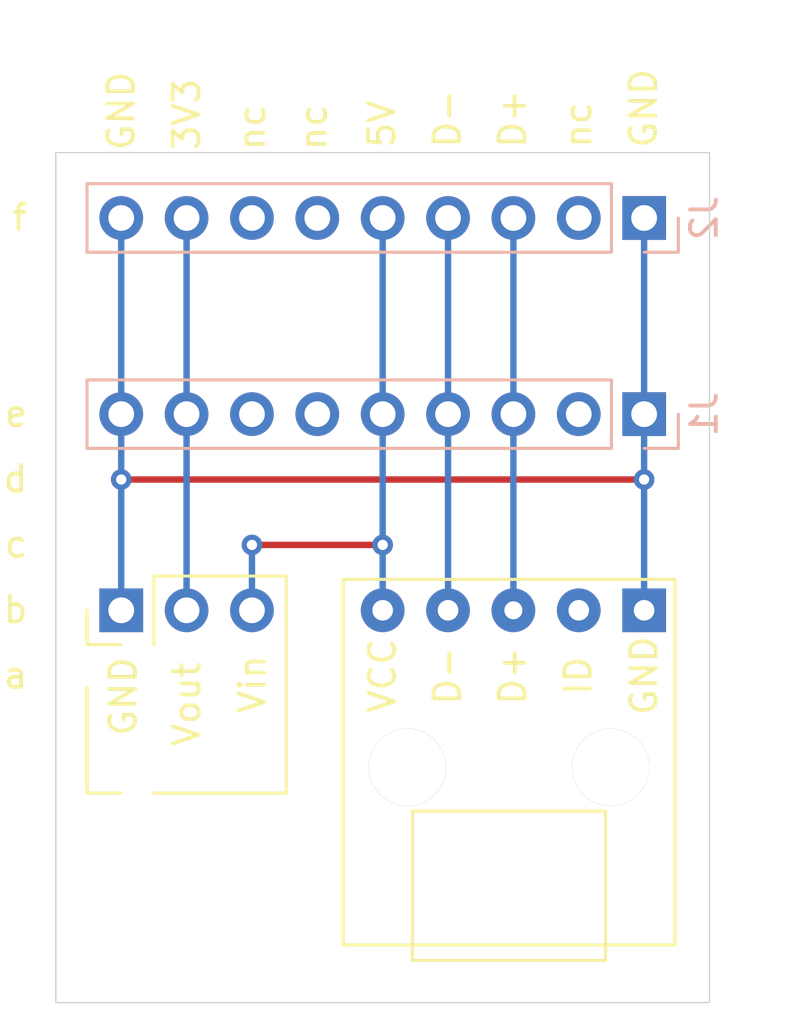
<source format=kicad_pcb>
(kicad_pcb (version 20171130) (host pcbnew 5.1.5-5.1.5)

  (general
    (thickness 1.6)
    (drawings 41)
    (tracks 20)
    (zones 0)
    (modules 4)
    (nets 13)
  )

  (page A4)
  (layers
    (0 F.Cu signal)
    (31 B.Cu signal)
    (32 B.Adhes user)
    (33 F.Adhes user)
    (34 B.Paste user)
    (35 F.Paste user)
    (36 B.SilkS user)
    (37 F.SilkS user)
    (38 B.Mask user)
    (39 F.Mask user)
    (40 Dwgs.User user)
    (41 Cmts.User user)
    (42 Eco1.User user)
    (43 Eco2.User user)
    (44 Edge.Cuts user)
    (45 Margin user)
    (46 B.CrtYd user)
    (47 F.CrtYd user)
    (48 B.Fab user)
    (49 F.Fab user)
  )

  (setup
    (last_trace_width 0.25)
    (trace_clearance 0.2)
    (zone_clearance 0.508)
    (zone_45_only no)
    (trace_min 0.2)
    (via_size 0.8)
    (via_drill 0.4)
    (via_min_size 0.4)
    (via_min_drill 0.3)
    (uvia_size 0.3)
    (uvia_drill 0.1)
    (uvias_allowed no)
    (uvia_min_size 0.2)
    (uvia_min_drill 0.1)
    (edge_width 0.05)
    (segment_width 0.2)
    (pcb_text_width 0.3)
    (pcb_text_size 1.5 1.5)
    (mod_edge_width 0.12)
    (mod_text_size 1 1)
    (mod_text_width 0.15)
    (pad_size 1.524 1.524)
    (pad_drill 0.762)
    (pad_to_mask_clearance 0.051)
    (solder_mask_min_width 0.25)
    (aux_axis_origin 0 0)
    (visible_elements FFFFFF7F)
    (pcbplotparams
      (layerselection 0x010fc_ffffffff)
      (usegerberextensions false)
      (usegerberattributes false)
      (usegerberadvancedattributes false)
      (creategerberjobfile false)
      (excludeedgelayer true)
      (linewidth 0.100000)
      (plotframeref false)
      (viasonmask false)
      (mode 1)
      (useauxorigin false)
      (hpglpennumber 1)
      (hpglpenspeed 20)
      (hpglpendiameter 15.000000)
      (psnegative false)
      (psa4output false)
      (plotreference true)
      (plotvalue true)
      (plotinvisibletext false)
      (padsonsilk false)
      (subtractmaskfromsilk false)
      (outputformat 1)
      (mirror false)
      (drillshape 1)
      (scaleselection 1)
      (outputdirectory ""))
  )

  (net 0 "")
  (net 1 "Net-(J1-Pad1)")
  (net 2 "Net-(J1-Pad6)")
  (net 3 "Net-(J1-Pad5)")
  (net 4 "Net-(J1-Pad4)")
  (net 5 "Net-(J1-Pad3)")
  (net 6 "Net-(J1-Pad2)")
  (net 7 "Net-(USB1-Pad2)")
  (net 8 "Net-(J1-Pad8)")
  (net 9 "Net-(J1-Pad7)")
  (net 10 "Net-(J2-Pad7)")
  (net 11 "Net-(J2-Pad6)")
  (net 12 "Net-(J2-Pad2)")

  (net_class Default "Dies ist die voreingestellte Netzklasse."
    (clearance 0.2)
    (trace_width 0.25)
    (via_dia 0.8)
    (via_drill 0.4)
    (uvia_dia 0.3)
    (uvia_drill 0.1)
    (add_net "Net-(J1-Pad1)")
    (add_net "Net-(J1-Pad2)")
    (add_net "Net-(J1-Pad3)")
    (add_net "Net-(J1-Pad4)")
    (add_net "Net-(J1-Pad5)")
    (add_net "Net-(J1-Pad6)")
    (add_net "Net-(J1-Pad7)")
    (add_net "Net-(J1-Pad8)")
    (add_net "Net-(J2-Pad2)")
    (add_net "Net-(J2-Pad6)")
    (add_net "Net-(J2-Pad7)")
    (add_net "Net-(USB1-Pad2)")
  )

  (module Connector_PinHeader_2.54mm:PinHeader_1x09_P2.54mm_Vertical (layer B.Cu) (tedit 59FED5CC) (tstamp 5EFAE4C1)
    (at 114.3 60.96 90)
    (descr "Through hole straight pin header, 1x09, 2.54mm pitch, single row")
    (tags "Through hole pin header THT 1x09 2.54mm single row")
    (path /5EFAF473)
    (fp_text reference J2 (at 0 2.33 -90) (layer B.SilkS)
      (effects (font (size 1 1) (thickness 0.15)) (justify mirror))
    )
    (fp_text value Conn_01x09_Male (at 0 -22.65 -90) (layer B.Fab) hide
      (effects (font (size 1 1) (thickness 0.15)) (justify mirror))
    )
    (fp_text user %R (at 0 -10.16) (layer B.Fab)
      (effects (font (size 1 1) (thickness 0.15)) (justify mirror))
    )
    (fp_line (start 1.8 1.8) (end -1.8 1.8) (layer B.CrtYd) (width 0.05))
    (fp_line (start 1.8 -22.1) (end 1.8 1.8) (layer B.CrtYd) (width 0.05))
    (fp_line (start -1.8 -22.1) (end 1.8 -22.1) (layer B.CrtYd) (width 0.05))
    (fp_line (start -1.8 1.8) (end -1.8 -22.1) (layer B.CrtYd) (width 0.05))
    (fp_line (start -1.33 1.33) (end 0 1.33) (layer B.SilkS) (width 0.12))
    (fp_line (start -1.33 0) (end -1.33 1.33) (layer B.SilkS) (width 0.12))
    (fp_line (start -1.33 -1.27) (end 1.33 -1.27) (layer B.SilkS) (width 0.12))
    (fp_line (start 1.33 -1.27) (end 1.33 -21.65) (layer B.SilkS) (width 0.12))
    (fp_line (start -1.33 -1.27) (end -1.33 -21.65) (layer B.SilkS) (width 0.12))
    (fp_line (start -1.33 -21.65) (end 1.33 -21.65) (layer B.SilkS) (width 0.12))
    (fp_line (start -1.27 0.635) (end -0.635 1.27) (layer B.Fab) (width 0.1))
    (fp_line (start -1.27 -21.59) (end -1.27 0.635) (layer B.Fab) (width 0.1))
    (fp_line (start 1.27 -21.59) (end -1.27 -21.59) (layer B.Fab) (width 0.1))
    (fp_line (start 1.27 1.27) (end 1.27 -21.59) (layer B.Fab) (width 0.1))
    (fp_line (start -0.635 1.27) (end 1.27 1.27) (layer B.Fab) (width 0.1))
    (pad 9 thru_hole oval (at 0 -20.32 90) (size 1.7 1.7) (drill 1) (layers *.Cu *.Mask)
      (net 1 "Net-(J1-Pad1)"))
    (pad 8 thru_hole oval (at 0 -17.78 90) (size 1.7 1.7) (drill 1) (layers *.Cu *.Mask)
      (net 8 "Net-(J1-Pad8)"))
    (pad 7 thru_hole oval (at 0 -15.24 90) (size 1.7 1.7) (drill 1) (layers *.Cu *.Mask)
      (net 10 "Net-(J2-Pad7)"))
    (pad 6 thru_hole oval (at 0 -12.7 90) (size 1.7 1.7) (drill 1) (layers *.Cu *.Mask)
      (net 11 "Net-(J2-Pad6)"))
    (pad 5 thru_hole oval (at 0 -10.16 90) (size 1.7 1.7) (drill 1) (layers *.Cu *.Mask)
      (net 3 "Net-(J1-Pad5)"))
    (pad 4 thru_hole oval (at 0 -7.62 90) (size 1.7 1.7) (drill 1) (layers *.Cu *.Mask)
      (net 4 "Net-(J1-Pad4)"))
    (pad 3 thru_hole oval (at 0 -5.08 90) (size 1.7 1.7) (drill 1) (layers *.Cu *.Mask)
      (net 5 "Net-(J1-Pad3)"))
    (pad 2 thru_hole oval (at 0 -2.54 90) (size 1.7 1.7) (drill 1) (layers *.Cu *.Mask)
      (net 12 "Net-(J2-Pad2)"))
    (pad 1 thru_hole rect (at 0 0 90) (size 1.7 1.7) (drill 1) (layers *.Cu *.Mask)
      (net 1 "Net-(J1-Pad1)"))
    (model ${KISYS3DMOD}/Connector_PinHeader_2.54mm.3dshapes/PinHeader_1x09_P2.54mm_Vertical.wrl
      (at (xyz 0 0 0))
      (scale (xyz 1 1 1))
      (rotate (xyz 0 0 0))
    )
  )

  (module Connector_PinHeader_2.54mm:PinHeader_1x09_P2.54mm_Vertical (layer B.Cu) (tedit 59FED5CC) (tstamp 5EE4F4D9)
    (at 114.3 68.58 90)
    (descr "Through hole straight pin header, 1x09, 2.54mm pitch, single row")
    (tags "Through hole pin header THT 1x09 2.54mm single row")
    (path /5EE5083A)
    (fp_text reference J1 (at 0 2.33 90) (layer B.SilkS)
      (effects (font (size 1 1) (thickness 0.15)) (justify mirror))
    )
    (fp_text value Conn_01x09_Male (at 0 -22.65 90) (layer B.Fab) hide
      (effects (font (size 1 1) (thickness 0.15)) (justify mirror))
    )
    (fp_text user %R (at 0 -10.16 180) (layer B.Fab)
      (effects (font (size 1 1) (thickness 0.15)) (justify mirror))
    )
    (fp_line (start 1.8 1.8) (end -1.8 1.8) (layer B.CrtYd) (width 0.05))
    (fp_line (start 1.8 -22.1) (end 1.8 1.8) (layer B.CrtYd) (width 0.05))
    (fp_line (start -1.8 -22.1) (end 1.8 -22.1) (layer B.CrtYd) (width 0.05))
    (fp_line (start -1.8 1.8) (end -1.8 -22.1) (layer B.CrtYd) (width 0.05))
    (fp_line (start -1.33 1.33) (end 0 1.33) (layer B.SilkS) (width 0.12))
    (fp_line (start -1.33 0) (end -1.33 1.33) (layer B.SilkS) (width 0.12))
    (fp_line (start -1.33 -1.27) (end 1.33 -1.27) (layer B.SilkS) (width 0.12))
    (fp_line (start 1.33 -1.27) (end 1.33 -21.65) (layer B.SilkS) (width 0.12))
    (fp_line (start -1.33 -1.27) (end -1.33 -21.65) (layer B.SilkS) (width 0.12))
    (fp_line (start -1.33 -21.65) (end 1.33 -21.65) (layer B.SilkS) (width 0.12))
    (fp_line (start -1.27 0.635) (end -0.635 1.27) (layer B.Fab) (width 0.1))
    (fp_line (start -1.27 -21.59) (end -1.27 0.635) (layer B.Fab) (width 0.1))
    (fp_line (start 1.27 -21.59) (end -1.27 -21.59) (layer B.Fab) (width 0.1))
    (fp_line (start 1.27 1.27) (end 1.27 -21.59) (layer B.Fab) (width 0.1))
    (fp_line (start -0.635 1.27) (end 1.27 1.27) (layer B.Fab) (width 0.1))
    (pad 9 thru_hole oval (at 0 -20.32 90) (size 1.7 1.7) (drill 1) (layers *.Cu *.Mask)
      (net 1 "Net-(J1-Pad1)"))
    (pad 8 thru_hole oval (at 0 -17.78 90) (size 1.7 1.7) (drill 1) (layers *.Cu *.Mask)
      (net 8 "Net-(J1-Pad8)"))
    (pad 7 thru_hole oval (at 0 -15.24 90) (size 1.7 1.7) (drill 1) (layers *.Cu *.Mask)
      (net 9 "Net-(J1-Pad7)"))
    (pad 6 thru_hole oval (at 0 -12.7 90) (size 1.7 1.7) (drill 1) (layers *.Cu *.Mask)
      (net 2 "Net-(J1-Pad6)"))
    (pad 5 thru_hole oval (at 0 -10.16 90) (size 1.7 1.7) (drill 1) (layers *.Cu *.Mask)
      (net 3 "Net-(J1-Pad5)"))
    (pad 4 thru_hole oval (at 0 -7.62 90) (size 1.7 1.7) (drill 1) (layers *.Cu *.Mask)
      (net 4 "Net-(J1-Pad4)"))
    (pad 3 thru_hole oval (at 0 -5.08 90) (size 1.7 1.7) (drill 1) (layers *.Cu *.Mask)
      (net 5 "Net-(J1-Pad3)"))
    (pad 2 thru_hole oval (at 0 -2.54 90) (size 1.7 1.7) (drill 1) (layers *.Cu *.Mask)
      (net 6 "Net-(J1-Pad2)"))
    (pad 1 thru_hole rect (at 0 0 90) (size 1.7 1.7) (drill 1) (layers *.Cu *.Mask)
      (net 1 "Net-(J1-Pad1)"))
    (model ${KISYS3DMOD}/Connector_PinHeader_2.54mm.3dshapes/PinHeader_1x09_P2.54mm_Vertical.wrl
      (at (xyz 0 0 0))
      (scale (xyz 1 1 1))
      (rotate (xyz 0 0 0))
    )
  )

  (module user:Micro-USB_Breakout (layer F.Cu) (tedit 5E678770) (tstamp 5EE4F02F)
    (at 114.3 76.2 270)
    (descr "Micro-USB Breakout Connector")
    (tags "Through hole 1x5 2.54mm Micro-USB Connector")
    (path /5EE4A624)
    (fp_text reference USB1 (at 0 -2.33 90) (layer F.SilkS) hide
      (effects (font (size 1 1) (thickness 0.15)))
    )
    (fp_text value Micro-USB_Breakout (at 6.15696 12.7 90) (layer F.Fab)
      (effects (font (size 1 1) (thickness 0.15)))
    )
    (fp_text user VCC (at 2.54 10.16762 90) (layer F.SilkS)
      (effects (font (size 1 1) (thickness 0.15)))
    )
    (fp_text user D- (at 2.54 7.64032 90) (layer F.SilkS)
      (effects (font (size 1 1) (thickness 0.15)))
    )
    (fp_text user D+ (at 2.54 5.10286 90) (layer F.SilkS)
      (effects (font (size 1 1) (thickness 0.15)))
    )
    (fp_text user ID (at 2.54 2.5654 90) (layer F.SilkS)
      (effects (font (size 1 1) (thickness 0.15)))
    )
    (fp_text user GND (at 2.54 0.00254 90) (layer F.SilkS)
      (effects (font (size 1 1) (thickness 0.15)))
    )
    (fp_line (start 7.8 1.5) (end 7.8 9) (layer F.SilkS) (width 0.12))
    (fp_line (start 7.8 9) (end 13.6 9) (layer F.SilkS) (width 0.12))
    (fp_line (start 13.6 1.5) (end 13.6 9) (layer F.SilkS) (width 0.12))
    (fp_line (start 7.8 1.5) (end 13.6 1.5) (layer F.SilkS) (width 0.12))
    (fp_line (start -1.2 -1.2) (end 13 -1.2) (layer F.SilkS) (width 0.12))
    (fp_text user %R (at 0 5.08) (layer F.Fab)
      (effects (font (size 1 1) (thickness 0.15)))
    )
    (fp_line (start 13 -1.2) (end -1.2 -1.2) (layer F.CrtYd) (width 0.05))
    (fp_line (start 13 -1.2) (end 13 11.7) (layer F.CrtYd) (width 0.05))
    (fp_line (start -1.2 11.7) (end 13 11.7) (layer F.CrtYd) (width 0.05))
    (fp_line (start -1.2 -1.2) (end -1.2 11.7) (layer F.CrtYd) (width 0.05))
    (fp_line (start 13 -1.2) (end 13 11.65764) (layer F.SilkS) (width 0.12))
    (fp_line (start -1.2 -1.2) (end -1.2 11.7) (layer F.SilkS) (width 0.12))
    (fp_line (start -1.2 11.7) (end 13 11.7) (layer F.SilkS) (width 0.12))
    (fp_line (start -1.2 -0.635) (end -0.705 -1.2) (layer F.Fab) (width 0.1))
    (fp_line (start -1.2 11.7) (end -1.2 -0.635) (layer F.Fab) (width 0.1))
    (fp_line (start -1.2 11.7) (end 13 11.7) (layer F.Fab) (width 0.1))
    (fp_line (start 13 -1.2) (end 13 11.7) (layer F.Fab) (width 0.1))
    (fp_line (start -0.705 -1.2) (end 13 -1.2) (layer F.Fab) (width 0.1))
    (pad 7 thru_hole circle (at 6.1 1.3 270) (size 3 3) (drill 3) (layers *.Cu *.Mask))
    (pad 6 thru_hole circle (at 6.1 9.2 270) (size 3 3) (drill 3) (layers *.Cu *.Mask))
    (pad 5 thru_hole oval (at 0 10.16 270) (size 1.7 1.7) (drill 0.8) (layers *.Cu *.Mask)
      (net 3 "Net-(J1-Pad5)"))
    (pad 4 thru_hole oval (at 0 7.62 270) (size 1.7 1.7) (drill 0.8) (layers *.Cu *.Mask)
      (net 4 "Net-(J1-Pad4)"))
    (pad 3 thru_hole oval (at 0 5.08 270) (size 1.7 1.7) (drill 0.7) (layers *.Cu *.Mask)
      (net 5 "Net-(J1-Pad3)"))
    (pad 2 thru_hole oval (at 0 2.54 270) (size 1.7 1.7) (drill 0.8) (layers *.Cu *.Mask)
      (net 7 "Net-(USB1-Pad2)"))
    (pad 1 thru_hole rect (at 0 0 270) (size 1.7 1.7) (drill 0.8) (layers *.Cu *.Mask)
      (net 1 "Net-(J1-Pad1)"))
  )

  (module user:AMS1117_Breakout (layer F.Cu) (tedit 5E91BBA3) (tstamp 5EE4F00D)
    (at 93.98 76.2 90)
    (descr "AMS1117 Breakout")
    (tags "Through hole  THT 1x03 2.54mm single row")
    (path /5EE4E4EC)
    (fp_text reference U1 (at -2.6289 -2.49428 90) (layer F.SilkS) hide
      (effects (font (size 1 1) (thickness 0.15)))
    )
    (fp_text value AMS1117 (at -8.3566 2.7432 180) (layer F.Fab)
      (effects (font (size 1 1) (thickness 0.15)))
    )
    (fp_line (start -7.1 -1.33) (end -3 -1.33) (layer F.SilkS) (width 0.12))
    (fp_line (start -7.1 0) (end -7.1 -1.33) (layer F.SilkS) (width 0.12))
    (fp_text user Vout (at -3.64998 2.55016 90) (layer F.SilkS)
      (effects (font (size 1 1) (thickness 0.15)))
    )
    (fp_text user Vin (at -2.8702 5.09524 90) (layer F.SilkS)
      (effects (font (size 1 1) (thickness 0.15)))
    )
    (fp_text user GND (at -3.34518 0.0762 90) (layer F.SilkS)
      (effects (font (size 1 1) (thickness 0.15)))
    )
    (fp_line (start 1.8 -1.8) (end -7.3 -1.8) (layer F.CrtYd) (width 0.05))
    (fp_line (start 1.8 6.85) (end 1.8 -1.8) (layer F.CrtYd) (width 0.05))
    (fp_line (start -7.3 6.85) (end 1.8 6.85) (layer F.CrtYd) (width 0.05))
    (fp_line (start -7.3 -1.8) (end -7.3 6.85) (layer F.CrtYd) (width 0.05))
    (fp_line (start -1.33 -1.33) (end 0 -1.33) (layer F.SilkS) (width 0.12))
    (fp_line (start -1.33 0) (end -1.33 -1.33) (layer F.SilkS) (width 0.12))
    (fp_line (start -1.33 1.27) (end 1.33 1.27) (layer F.SilkS) (width 0.12))
    (fp_line (start 1.33 1.27) (end 1.33 6.41) (layer F.SilkS) (width 0.12))
    (fp_line (start -7.1 1.27) (end -7.1 6.41) (layer F.SilkS) (width 0.12))
    (fp_line (start -7.1 6.41) (end 1.33 6.41) (layer F.SilkS) (width 0.12))
    (fp_line (start -7.03 -0.635) (end -6.395 -1.27) (layer F.Fab) (width 0.1))
    (fp_line (start -7.03 6.35) (end -7.03 -0.635) (layer F.Fab) (width 0.1))
    (fp_line (start 1.27 6.35) (end -7.03 6.35) (layer F.Fab) (width 0.1))
    (fp_line (start 1.27 -1.27) (end 1.27 6.35) (layer F.Fab) (width 0.1))
    (fp_line (start -6.395 -1.27) (end 1.27 -1.27) (layer F.Fab) (width 0.1))
    (pad 3 thru_hole oval (at 0 5.08 90) (size 1.7 1.7) (drill 1) (layers *.Cu *.Mask)
      (net 3 "Net-(J1-Pad5)"))
    (pad 2 thru_hole oval (at 0 2.54 90) (size 1.7 1.7) (drill 1) (layers *.Cu *.Mask)
      (net 8 "Net-(J1-Pad8)"))
    (pad 1 thru_hole rect (at 0 0 90) (size 1.7 1.7) (drill 1) (layers *.Cu *.Mask)
      (net 1 "Net-(J1-Pad1)"))
  )

  (gr_text 13 (at 119.38 60.96) (layer F.CrtYd) (tstamp 5EFAE72B)
    (effects (font (size 1 1) (thickness 0.15)))
  )
  (gr_text 12 (at 119.38 63.5) (layer F.CrtYd) (tstamp 5EFAE72B)
    (effects (font (size 1 1) (thickness 0.15)))
  )
  (gr_text 11 (at 119.38 66.04) (layer F.CrtYd) (tstamp 5EFAE72B)
    (effects (font (size 1 1) (thickness 0.15)))
  )
  (gr_text 10 (at 119.38 68.58) (layer F.CrtYd) (tstamp 5EFAE72B)
    (effects (font (size 1 1) (thickness 0.15)))
  )
  (gr_text 9 (at 119.38 71.12) (layer F.CrtYd) (tstamp 5EFAE72B)
    (effects (font (size 1 1) (thickness 0.15)))
  )
  (gr_text 8 (at 119.38 73.66) (layer F.CrtYd) (tstamp 5EFAE72B)
    (effects (font (size 1 1) (thickness 0.15)))
  )
  (gr_text 7 (at 119.38 76.2) (layer F.CrtYd) (tstamp 5EFAE72B)
    (effects (font (size 1 1) (thickness 0.15)))
  )
  (gr_text 6 (at 119.38 78.74) (layer F.CrtYd) (tstamp 5EFAE72B)
    (effects (font (size 1 1) (thickness 0.15)))
  )
  (gr_text 5 (at 119.38 81.28) (layer F.CrtYd) (tstamp 5EFAE72B)
    (effects (font (size 1 1) (thickness 0.15)))
  )
  (gr_text 4 (at 119.38 83.82) (layer F.CrtYd) (tstamp 5EFAE72B)
    (effects (font (size 1 1) (thickness 0.15)))
  )
  (gr_text 3 (at 119.38 86.36) (layer F.CrtYd) (tstamp 5EFAE72B)
    (effects (font (size 1 1) (thickness 0.15)))
  )
  (gr_text 2 (at 119.38 88.9) (layer F.CrtYd) (tstamp 5EFAE72B)
    (effects (font (size 1 1) (thickness 0.15)))
  )
  (gr_text 1 (at 119.38 91.44) (layer F.CrtYd)
    (effects (font (size 1 1) (thickness 0.15)))
  )
  (gr_text nc (at 101.4476 58.42 90) (layer F.SilkS) (tstamp 5EFAE5EA)
    (effects (font (size 1 1) (thickness 0.15)) (justify left))
  )
  (gr_text nc (at 111.7346 58.3184 90) (layer F.SilkS) (tstamp 5EFAE5D6)
    (effects (font (size 1 1) (thickness 0.15)) (justify left))
  )
  (gr_text 9 (at 114.3 53.34) (layer F.CrtYd)
    (effects (font (size 1 1) (thickness 0.15)))
  )
  (gr_text 8 (at 111.76 53.34) (layer F.CrtYd)
    (effects (font (size 1 1) (thickness 0.15)))
  )
  (gr_text 7 (at 109.22 53.34) (layer F.CrtYd)
    (effects (font (size 1 1) (thickness 0.15)))
  )
  (gr_text 6 (at 106.68 53.34) (layer F.CrtYd)
    (effects (font (size 1 1) (thickness 0.15)))
  )
  (gr_text 5 (at 104.14 53.34) (layer F.CrtYd)
    (effects (font (size 1 1) (thickness 0.15)))
  )
  (gr_text 4 (at 101.6 53.34) (layer F.CrtYd)
    (effects (font (size 1 1) (thickness 0.15)))
  )
  (gr_text 3 (at 99.06 53.34) (layer F.CrtYd)
    (effects (font (size 1 1) (thickness 0.15)))
  )
  (gr_text 2 (at 96.52 53.34) (layer F.CrtYd)
    (effects (font (size 1 1) (thickness 0.15)))
  )
  (gr_text 1 (at 93.98 53.34) (layer F.CrtYd)
    (effects (font (size 1 1) (thickness 0.15)))
  )
  (gr_text f (at 90.424 60.9346) (layer F.SilkS) (tstamp 5EFAE6EA)
    (effects (font (size 1 1) (thickness 0.15)) (justify right))
  )
  (gr_text e (at 90.424 68.5546) (layer F.SilkS) (tstamp 5EFAE6E1)
    (effects (font (size 1 1) (thickness 0.15)) (justify right))
  )
  (gr_text d (at 90.424 71.0946) (layer F.SilkS) (tstamp 5EFAE6E4)
    (effects (font (size 1 1) (thickness 0.15)) (justify right))
  )
  (gr_text c (at 90.424 73.6346) (layer F.SilkS) (tstamp 5EFAE6F0)
    (effects (font (size 1 1) (thickness 0.15)) (justify right))
  )
  (gr_text b (at 90.424 76.1746) (layer F.SilkS) (tstamp 5EFAE6E7)
    (effects (font (size 1 1) (thickness 0.15)) (justify right))
  )
  (gr_text a (at 90.424 78.7146) (layer F.SilkS) (tstamp 5EFAE6F3)
    (effects (font (size 1 1) (thickness 0.15)) (justify right))
  )
  (gr_text D+ (at 109.1946 58.3184 90) (layer F.SilkS) (tstamp 5EFAE5D9)
    (effects (font (size 1 1) (thickness 0.15)) (justify left))
  )
  (gr_text D- (at 106.6546 58.3184 90) (layer F.SilkS) (tstamp 5EFAE5DF)
    (effects (font (size 1 1) (thickness 0.15)) (justify left))
  )
  (gr_text 5V (at 104.1146 58.3184 90) (layer F.SilkS) (tstamp 5EFAE5E2)
    (effects (font (size 1 1) (thickness 0.15)) (justify left))
  )
  (gr_text "GND\n" (at 114.2746 58.3184 90) (layer F.SilkS) (tstamp 5EFAE5DC)
    (effects (font (size 1 1) (thickness 0.15)) (justify left))
  )
  (gr_text 3V3 (at 96.52 58.42 90) (layer F.SilkS) (tstamp 5EE4F573)
    (effects (font (size 1 1) (thickness 0.15)) (justify left))
  )
  (gr_text "GND\n" (at 93.98 58.42 90) (layer F.SilkS) (tstamp 5EE4F573)
    (effects (font (size 1 1) (thickness 0.15)) (justify left))
  )
  (gr_text nc (at 99.06 58.42 90) (layer F.SilkS)
    (effects (font (size 1 1) (thickness 0.15)) (justify left))
  )
  (gr_line (start 116.84 58.42) (end 91.44 58.42) (layer Edge.Cuts) (width 0.05) (tstamp 5EE4F450))
  (gr_line (start 116.84 91.44) (end 116.84 58.42) (layer Edge.Cuts) (width 0.05))
  (gr_line (start 91.44 91.44) (end 116.84 91.44) (layer Edge.Cuts) (width 0.05))
  (gr_line (start 91.44 58.42) (end 91.44 91.44) (layer Edge.Cuts) (width 0.05))

  (segment (start 93.98 69.380998) (end 93.98 68.58) (width 0.25) (layer B.Cu) (net 1))
  (segment (start 93.98 60.96) (end 93.98 68.58) (width 0.25) (layer B.Cu) (net 1))
  (segment (start 114.3 60.96) (end 114.3 68.58) (width 0.25) (layer B.Cu) (net 1))
  (via (at 114.3 71.12) (size 0.8) (drill 0.4) (layers F.Cu B.Cu) (net 1))
  (via (at 93.98 71.12) (size 0.8) (drill 0.4) (layers F.Cu B.Cu) (net 1))
  (segment (start 114.3 71.12) (end 93.98 71.12) (width 0.25) (layer F.Cu) (net 1))
  (segment (start 93.98 76.2) (end 93.98 68.58) (width 0.25) (layer B.Cu) (net 1))
  (segment (start 114.3 76.2) (end 114.3 68.58) (width 0.25) (layer B.Cu) (net 1))
  (segment (start 104.14 68.58) (end 104.14 60.96) (width 0.25) (layer B.Cu) (net 3))
  (via (at 104.14 73.66) (size 0.8) (drill 0.4) (layers F.Cu B.Cu) (net 3))
  (segment (start 104.14 76.2) (end 104.14 68.58) (width 0.25) (layer B.Cu) (net 3))
  (segment (start 104.14 73.66) (end 99.06 73.66) (width 0.25) (layer F.Cu) (net 3))
  (via (at 99.06 73.66) (size 0.8) (drill 0.4) (layers F.Cu B.Cu) (net 3))
  (segment (start 99.06 76.2) (end 99.06 73.66) (width 0.25) (layer B.Cu) (net 3))
  (segment (start 106.68 60.96) (end 106.68 68.58) (width 0.25) (layer B.Cu) (net 4))
  (segment (start 106.68 76.2) (end 106.68 68.58) (width 0.25) (layer B.Cu) (net 4))
  (segment (start 109.22 68.58) (end 109.22 60.96) (width 0.25) (layer B.Cu) (net 5))
  (segment (start 109.22 76.2) (end 109.22 68.58) (width 0.25) (layer B.Cu) (net 5))
  (segment (start 96.52 60.96) (end 96.52 68.58) (width 0.25) (layer B.Cu) (net 8))
  (segment (start 96.52 68.58) (end 96.52 76.2) (width 0.25) (layer B.Cu) (net 8))

)

</source>
